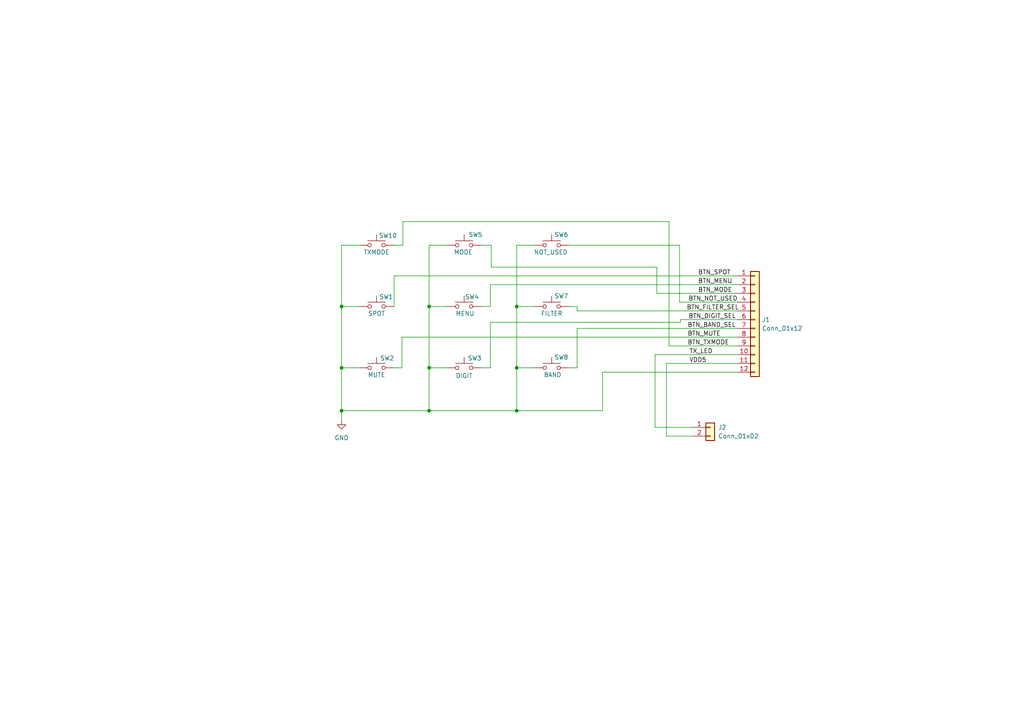
<source format=kicad_sch>
(kicad_sch (version 20230121) (generator eeschema)
  (paper "A4")
  (lib_symbols
    (symbol "Connector_Generic:Conn_01x02" (pin_names (offset 1.016) hide)
      (property "Reference" "J" (at 0 2.54 0))
      (property "Value" "Conn_01x02" (at 0 -5.08 0))
      (symbol "Conn_01x02_1_1"
        (rectangle (start -1.27 -2.413) (end 0 -2.667) (stroke (width 0.1524)))
        (rectangle (start -1.27 0.127) (end 0 -0.127) (stroke (width 0.1524)))
        (rectangle (start -1.27 1.27) (end 1.27 -3.81) (stroke (width 0.254)) (fill (type background)))
        (pin passive line (at -5.08 0 0) (length 3.81) (name "Pin_1") (number "1"))
        (pin passive line (at -5.08 -2.54 0) (length 3.81) (name "Pin_2") (number "2"))
      )
    )
    (symbol "Connector_Generic:Conn_01x12" (pin_names (offset 1.016) hide)
      (property "Reference" "J" (at 0 15.24 0))
      (property "Value" "Conn_01x12" (at 0 -17.78 0))
      (symbol "Conn_01x12_1_1"
        (rectangle (start -1.27 -15.113) (end 0 -15.367) (stroke (width 0.1524)))
        (rectangle (start -1.27 -12.573) (end 0 -12.827) (stroke (width 0.1524)))
        (rectangle (start -1.27 -10.033) (end 0 -10.287) (stroke (width 0.1524)))
        (rectangle (start -1.27 -7.493) (end 0 -7.747) (stroke (width 0.1524)))
        (rectangle (start -1.27 -4.953) (end 0 -5.207) (stroke (width 0.1524)))
        (rectangle (start -1.27 -2.413) (end 0 -2.667) (stroke (width 0.1524)))
        (rectangle (start -1.27 0.127) (end 0 -0.127) (stroke (width 0.1524)))
        (rectangle (start -1.27 2.667) (end 0 2.413) (stroke (width 0.1524)))
        (rectangle (start -1.27 5.207) (end 0 4.953) (stroke (width 0.1524)))
        (rectangle (start -1.27 7.747) (end 0 7.493) (stroke (width 0.1524)))
        (rectangle (start -1.27 10.287) (end 0 10.033) (stroke (width 0.1524)))
        (rectangle (start -1.27 12.827) (end 0 12.573) (stroke (width 0.1524)))
        (rectangle (start -1.27 13.97) (end 1.27 -16.51) (stroke (width 0.254)) (fill (type background)))
        (pin passive line (at -5.08 12.7 0) (length 3.81) (name "Pin_1") (number "1"))
        (pin passive line (at -5.08 -10.16 0) (length 3.81) (name "Pin_10") (number "10"))
        (pin passive line (at -5.08 -12.7 0) (length 3.81) (name "Pin_11") (number "11"))
        (pin passive line (at -5.08 -15.24 0) (length 3.81) (name "Pin_12") (number "12"))
        (pin passive line (at -5.08 10.16 0) (length 3.81) (name "Pin_2") (number "2"))
        (pin passive line (at -5.08 7.62 0) (length 3.81) (name "Pin_3") (number "3"))
        (pin passive line (at -5.08 5.08 0) (length 3.81) (name "Pin_4") (number "4"))
        (pin passive line (at -5.08 2.54 0) (length 3.81) (name "Pin_5") (number "5"))
        (pin passive line (at -5.08 0 0) (length 3.81) (name "Pin_6") (number "6"))
        (pin passive line (at -5.08 -2.54 0) (length 3.81) (name "Pin_7") (number "7"))
        (pin passive line (at -5.08 -5.08 0) (length 3.81) (name "Pin_8") (number "8"))
        (pin passive line (at -5.08 -7.62 0) (length 3.81) (name "Pin_9") (number "9"))
      )
    )
    (symbol "Switch:SW_Push" (pin_numbers hide) (pin_names (offset 1.016) hide)
      (property "Reference" "SW" (at 1.27 2.54 0))
      (property "Value" "SW_Push" (at 0 -1.524 0))
      (symbol "SW_Push_0_1"
        (circle (center -2.032 0) (radius 0.508))
        (polyline (pts (xy 0 1.27) (xy 0 3.048)))
        (polyline (pts (xy 2.54 1.27) (xy -2.54 1.27)))
        (circle (center 2.032 0) (radius 0.508))
        (pin passive line (at -5.08 0 0) (length 2.54) (name "1") (number "1"))
        (pin passive line (at 5.08 0 180) (length 2.54) (name "2") (number "2"))
      )
    )
    (symbol "power:GND" (power) (pin_names (offset 0))
      (property "Value" "GND" (at 0 -3.81 0))
      (symbol "GND_0_1"
        (polyline (pts (xy 0 0) (xy 0 -1.27) (xy 1.27 -1.27) (xy 0 -2.54) (xy -1.27 -1.27) (xy 0 -1.27)))
      )
      (symbol "GND_1_1"
        (pin power_in line (at 0 0 270) (length 0) hide (name "GND") (number "1"))
      )
    )
  )
  (junction (at 149.86 119.126))
  (junction (at 99.06 119.126))
  (junction (at 124.46 88.9))
  (junction (at 124.46 119.126))
  (junction (at 99.06 88.9))
  (junction (at 149.86 88.9))
  (junction (at 99.06 106.68))
  (junction (at 149.86 106.68))
  (junction (at 124.46 106.68))
  (wire (pts (xy 124.46 88.9) (xy 129.54 88.9)))
  (wire (pts (xy 194.056 100.33) (xy 194.056 64.262)))
  (wire (pts (xy 114.3 106.68) (xy 116.586 106.68)))
  (wire (pts (xy 197.358 92.71) (xy 197.358 93.472)))
  (wire (pts (xy 167.386 88.9) (xy 165.1 88.9)))
  (wire (pts (xy 139.7 71.12) (xy 142.494 71.12)))
  (wire (pts (xy 124.46 106.68) (xy 124.46 119.126)))
  (wire (pts (xy 149.86 71.12) (xy 149.86 88.9)))
  (wire (pts (xy 213.868 87.63) (xy 197.104 87.63)))
  (wire (pts (xy 139.7 106.68) (xy 142.24 106.68)))
  (wire (pts (xy 99.06 88.9) (xy 99.06 106.68)))
  (wire (pts (xy 194.056 64.262) (xy 116.84 64.262)))
  (wire (pts (xy 116.586 97.79) (xy 116.586 106.68)))
  (wire (pts (xy 142.24 82.55) (xy 213.868 82.55)))
  (wire (pts (xy 174.752 119.126) (xy 149.86 119.126)))
  (wire (pts (xy 114.3 88.9) (xy 114.3 80.01)))
  (wire (pts (xy 116.84 64.262) (xy 116.84 71.12)))
  (wire (pts (xy 99.06 106.68) (xy 104.14 106.68)))
  (wire (pts (xy 142.494 77.47) (xy 190.5 77.47)))
  (wire (pts (xy 213.868 100.33) (xy 194.056 100.33)))
  (wire (pts (xy 167.386 90.17) (xy 167.386 88.9)))
  (wire (pts (xy 99.06 88.9) (xy 104.14 88.9)))
  (wire (pts (xy 142.494 71.12) (xy 142.494 77.47)))
  (wire (pts (xy 154.94 71.12) (xy 149.86 71.12)))
  (wire (pts (xy 167.386 95.25) (xy 167.386 106.68)))
  (wire (pts (xy 149.86 106.68) (xy 154.94 106.68)))
  (wire (pts (xy 189.992 102.87) (xy 189.992 123.952)))
  (wire (pts (xy 197.358 92.71) (xy 213.868 92.71)))
  (wire (pts (xy 142.24 82.55) (xy 142.24 88.9)))
  (wire (pts (xy 99.06 119.126) (xy 124.46 119.126)))
  (wire (pts (xy 197.104 87.63) (xy 197.104 71.12)))
  (wire (pts (xy 149.86 106.68) (xy 149.86 119.126)))
  (wire (pts (xy 149.86 88.9) (xy 149.86 106.68)))
  (wire (pts (xy 213.868 90.17) (xy 167.386 90.17)))
  (wire (pts (xy 114.3 71.12) (xy 116.84 71.12)))
  (wire (pts (xy 213.868 97.79) (xy 116.586 97.79)))
  (wire (pts (xy 193.294 126.492) (xy 200.914 126.492)))
  (wire (pts (xy 213.868 95.25) (xy 167.386 95.25)))
  (wire (pts (xy 213.868 105.41) (xy 193.294 105.41)))
  (wire (pts (xy 174.752 107.95) (xy 174.752 119.126)))
  (wire (pts (xy 193.294 105.41) (xy 193.294 126.492)))
  (wire (pts (xy 124.46 88.9) (xy 124.46 106.68)))
  (wire (pts (xy 190.5 77.47) (xy 190.5 85.09)))
  (wire (pts (xy 129.54 71.12) (xy 124.46 71.12)))
  (wire (pts (xy 165.1 71.12) (xy 197.104 71.12)))
  (wire (pts (xy 104.14 71.12) (xy 99.06 71.12)))
  (wire (pts (xy 124.46 119.126) (xy 149.86 119.126)))
  (wire (pts (xy 149.86 88.9) (xy 154.94 88.9)))
  (wire (pts (xy 124.46 106.68) (xy 129.54 106.68)))
  (wire (pts (xy 190.5 85.09) (xy 213.868 85.09)))
  (wire (pts (xy 213.868 107.95) (xy 174.752 107.95)))
  (wire (pts (xy 213.868 102.87) (xy 189.992 102.87)))
  (wire (pts (xy 99.06 106.68) (xy 99.06 119.126)))
  (wire (pts (xy 114.3 80.01) (xy 213.868 80.01)))
  (wire (pts (xy 99.06 119.126) (xy 99.06 121.92)))
  (wire (pts (xy 124.46 71.12) (xy 124.46 88.9)))
  (wire (pts (xy 142.24 93.472) (xy 142.24 106.68)))
  (wire (pts (xy 165.1 106.68) (xy 167.386 106.68)))
  (wire (pts (xy 139.7 88.9) (xy 142.24 88.9)))
  (wire (pts (xy 189.992 123.952) (xy 200.914 123.952)))
  (wire (pts (xy 142.24 93.472) (xy 197.358 93.472)))
  (wire (pts (xy 99.06 71.12) (xy 99.06 88.9)))
  (label "BTN_MUTE" (at 199.39 97.79 0))
  (label "TX_LED" (at 199.898 102.87 0))
  (label "BTN_TXMODE" (at 199.39 100.33 0))
  (label "BTN_MODE" (at 202.438 85.09 0))
  (label "BTN_SPOT" (at 202.438 80.01 0))
  (label "BTN_BAND_SEL" (at 199.39 95.25 0))
  (label "BTN_NOT_USED" (at 199.644 87.63 0))
  (label "BTN_MENU" (at 202.438 82.55 0))
  (label "BTN_DIGIT_SEL" (at 199.644 92.71 0))
  (label "BTN_FILTER_SEL" (at 199.136 90.17 0))
  (label "VDD5" (at 199.898 105.41 0))
  (symbol (lib_id "Switch:SW_Push") (at 134.62 88.9 0) (unit 1)
    (property "Reference" "SW4" (at 136.906 86.106 0))
    (property "Value" "MENU" (at 134.874 90.932 0))
    (property "Footprint" "Button_Switch_THT:SW_PUSH-12mm" (effects hide))
  )
  (symbol (lib_id "Switch:SW_Push") (at 109.22 88.9 0) (unit 1)
    (property "Reference" "SW1" (at 112.014 86.106 0))
    (property "Value" "SPOT" (at 109.22 90.932 0))
    (property "Footprint" "Button_Switch_THT:SW_PUSH-12mm" (effects hide))
  )
  (symbol (lib_id "Switch:SW_Push") (at 134.62 106.68 0) (unit 1)
    (property "Reference" "SW3" (at 137.668 103.886 0))
    (property "Value" "DIGIT" (at 134.62 108.966 0))
    (property "Footprint" "Button_Switch_THT:SW_PUSH-12mm" (effects hide))
  )
  (symbol (lib_id "Switch:SW_Push") (at 160.02 71.12 0) (unit 1)
    (property "Reference" "SW6" (at 162.814 68.072 0))
    (property "Value" "NOT_USED" (at 159.766 73.152 0))
    (property "Footprint" "Button_Switch_THT:SW_PUSH-12mm" (effects hide))
  )
  (symbol (lib_id "power:GND") (at 99.06 121.92 0) (unit 1)
    (property "Reference" "#PWR01" (effects hide))
    (property "Value" "GND" (at 99.06 127 0))
  )
  (symbol (lib_id "Switch:SW_Push") (at 109.22 71.12 0) (unit 1)
    (property "Reference" "SW10" (at 112.522 68.326 0))
    (property "Value" "TXMODE" (at 109.22 73.152 0))
    (property "Footprint" "Button_Switch_THT:SW_PUSH-12mm" (effects hide))
  )
  (symbol (lib_id "Switch:SW_Push") (at 160.02 88.9 0) (unit 1)
    (property "Reference" "SW7" (at 162.814 85.852 0))
    (property "Value" "FILTER" (at 160.02 90.932 0))
    (property "Footprint" "Button_Switch_THT:SW_PUSH-12mm" (effects hide))
  )
  (symbol (lib_id "Connector_Generic:Conn_01x02") (at 205.994 123.952 0) (unit 1)
    (property "Reference" "J2" (at 208.28 123.952 0) (effects (justify left)))
    (property "Value" "Conn_01x02" (at 208.28 126.492 0) (effects (justify left)))
    (property "Footprint" "Connector_PinHeader_2.54mm:PinHeader_1x02_P2.54mm_Horizontal" (effects hide))
  )
  (symbol (lib_id "Switch:SW_Push") (at 160.02 106.68 0) (unit 1)
    (property "Reference" "SW8" (at 162.814 103.632 0))
    (property "Value" "BAND" (at 160.274 108.712 0))
    (property "Footprint" "Button_Switch_THT:SW_PUSH-12mm" (effects hide))
  )
  (symbol (lib_id "Switch:SW_Push") (at 109.22 106.68 0) (unit 1)
    (property "Reference" "SW2" (at 112.268 103.886 0))
    (property "Value" "MUTE" (at 109.22 108.712 0))
    (property "Footprint" "Button_Switch_THT:SW_PUSH-12mm" (effects hide))
  )
  (symbol (lib_id "Switch:SW_Push") (at 134.62 71.12 0) (unit 1)
    (property "Reference" "SW5" (at 137.922 68.072 0))
    (property "Value" "MODE" (at 134.366 73.152 0))
    (property "Footprint" "Button_Switch_THT:SW_PUSH-12mm" (effects hide))
  )
  (symbol (lib_id "Connector_Generic:Conn_01x12") (at 218.948 92.71 0) (unit 1)
    (property "Reference" "J1" (at 220.98 92.71 0) (effects (justify left)))
    (property "Value" "Conn_01x12" (at 220.98 95.25 0) (effects (justify left)))
    (property "Footprint" "Connector_PinHeader_2.54mm:PinHeader_1x12_P2.54mm_Horizontal" (effects hide))
  )
)
</source>
